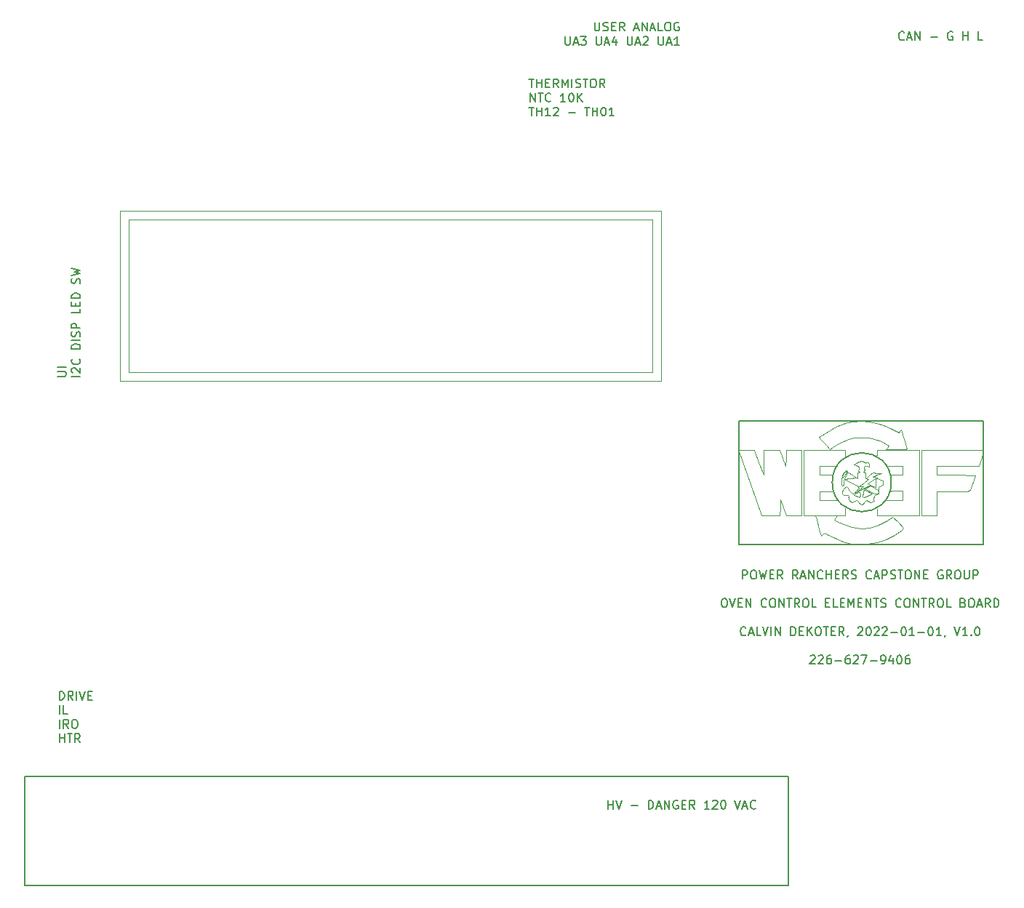
<source format=gbr>
%TF.GenerationSoftware,KiCad,Pcbnew,(5.1.8)-1*%
%TF.CreationDate,2022-01-01T15:04:39-05:00*%
%TF.ProjectId,OCE_L,4f43455f-4c2e-46b6-9963-61645f706362,rev?*%
%TF.SameCoordinates,Original*%
%TF.FileFunction,OtherDrawing,Comment*%
%FSLAX46Y46*%
G04 Gerber Fmt 4.6, Leading zero omitted, Abs format (unit mm)*
G04 Created by KiCad (PCBNEW (5.1.8)-1) date 2022-01-01 15:04:39*
%MOMM*%
%LPD*%
G01*
G04 APERTURE LIST*
%ADD10C,0.150000*%
%ADD11C,0.110000*%
%ADD12C,0.120000*%
%ADD13C,0.097999*%
%ADD14C,0.100000*%
G04 APERTURE END LIST*
D10*
X42118595Y-118055880D02*
X42118595Y-117055880D01*
X42356690Y-117055880D01*
X42499547Y-117103500D01*
X42594785Y-117198738D01*
X42642404Y-117293976D01*
X42690023Y-117484452D01*
X42690023Y-117627309D01*
X42642404Y-117817785D01*
X42594785Y-117913023D01*
X42499547Y-118008261D01*
X42356690Y-118055880D01*
X42118595Y-118055880D01*
X43690023Y-118055880D02*
X43356690Y-117579690D01*
X43118595Y-118055880D02*
X43118595Y-117055880D01*
X43499547Y-117055880D01*
X43594785Y-117103500D01*
X43642404Y-117151119D01*
X43690023Y-117246357D01*
X43690023Y-117389214D01*
X43642404Y-117484452D01*
X43594785Y-117532071D01*
X43499547Y-117579690D01*
X43118595Y-117579690D01*
X44118595Y-118055880D02*
X44118595Y-117055880D01*
X44451928Y-117055880D02*
X44785261Y-118055880D01*
X45118595Y-117055880D01*
X45451928Y-117532071D02*
X45785261Y-117532071D01*
X45928119Y-118055880D02*
X45451928Y-118055880D01*
X45451928Y-117055880D01*
X45928119Y-117055880D01*
X42118595Y-119705880D02*
X42118595Y-118705880D01*
X43070976Y-119705880D02*
X42594785Y-119705880D01*
X42594785Y-118705880D01*
X42118595Y-121355880D02*
X42118595Y-120355880D01*
X43166214Y-121355880D02*
X42832880Y-120879690D01*
X42594785Y-121355880D02*
X42594785Y-120355880D01*
X42975738Y-120355880D01*
X43070976Y-120403500D01*
X43118595Y-120451119D01*
X43166214Y-120546357D01*
X43166214Y-120689214D01*
X43118595Y-120784452D01*
X43070976Y-120832071D01*
X42975738Y-120879690D01*
X42594785Y-120879690D01*
X43785261Y-120355880D02*
X43975738Y-120355880D01*
X44070976Y-120403500D01*
X44166214Y-120498738D01*
X44213833Y-120689214D01*
X44213833Y-121022547D01*
X44166214Y-121213023D01*
X44070976Y-121308261D01*
X43975738Y-121355880D01*
X43785261Y-121355880D01*
X43690023Y-121308261D01*
X43594785Y-121213023D01*
X43547166Y-121022547D01*
X43547166Y-120689214D01*
X43594785Y-120498738D01*
X43690023Y-120403500D01*
X43785261Y-120355880D01*
X42118595Y-123005880D02*
X42118595Y-122005880D01*
X42118595Y-122482071D02*
X42690023Y-122482071D01*
X42690023Y-123005880D02*
X42690023Y-122005880D01*
X43023357Y-122005880D02*
X43594785Y-122005880D01*
X43309071Y-123005880D02*
X43309071Y-122005880D01*
X44499547Y-123005880D02*
X44166214Y-122529690D01*
X43928119Y-123005880D02*
X43928119Y-122005880D01*
X44309071Y-122005880D01*
X44404309Y-122053500D01*
X44451928Y-122101119D01*
X44499547Y-122196357D01*
X44499547Y-122339214D01*
X44451928Y-122434452D01*
X44404309Y-122482071D01*
X44309071Y-122529690D01*
X43928119Y-122529690D01*
X41870880Y-80372904D02*
X42680404Y-80372904D01*
X42775642Y-80325285D01*
X42823261Y-80277666D01*
X42870880Y-80182428D01*
X42870880Y-79991952D01*
X42823261Y-79896714D01*
X42775642Y-79849095D01*
X42680404Y-79801476D01*
X41870880Y-79801476D01*
X42870880Y-79325285D02*
X41870880Y-79325285D01*
X44520880Y-80372904D02*
X43520880Y-80372904D01*
X43616119Y-79944333D02*
X43568500Y-79896714D01*
X43520880Y-79801476D01*
X43520880Y-79563380D01*
X43568500Y-79468142D01*
X43616119Y-79420523D01*
X43711357Y-79372904D01*
X43806595Y-79372904D01*
X43949452Y-79420523D01*
X44520880Y-79991952D01*
X44520880Y-79372904D01*
X44425642Y-78372904D02*
X44473261Y-78420523D01*
X44520880Y-78563380D01*
X44520880Y-78658619D01*
X44473261Y-78801476D01*
X44378023Y-78896714D01*
X44282785Y-78944333D01*
X44092309Y-78991952D01*
X43949452Y-78991952D01*
X43758976Y-78944333D01*
X43663738Y-78896714D01*
X43568500Y-78801476D01*
X43520880Y-78658619D01*
X43520880Y-78563380D01*
X43568500Y-78420523D01*
X43616119Y-78372904D01*
X44520880Y-77182428D02*
X43520880Y-77182428D01*
X43520880Y-76944333D01*
X43568500Y-76801476D01*
X43663738Y-76706238D01*
X43758976Y-76658619D01*
X43949452Y-76611000D01*
X44092309Y-76611000D01*
X44282785Y-76658619D01*
X44378023Y-76706238D01*
X44473261Y-76801476D01*
X44520880Y-76944333D01*
X44520880Y-77182428D01*
X44520880Y-76182428D02*
X43520880Y-76182428D01*
X44473261Y-75753857D02*
X44520880Y-75611000D01*
X44520880Y-75372904D01*
X44473261Y-75277666D01*
X44425642Y-75230047D01*
X44330404Y-75182428D01*
X44235166Y-75182428D01*
X44139928Y-75230047D01*
X44092309Y-75277666D01*
X44044690Y-75372904D01*
X43997071Y-75563380D01*
X43949452Y-75658619D01*
X43901833Y-75706238D01*
X43806595Y-75753857D01*
X43711357Y-75753857D01*
X43616119Y-75706238D01*
X43568500Y-75658619D01*
X43520880Y-75563380D01*
X43520880Y-75325285D01*
X43568500Y-75182428D01*
X44520880Y-74753857D02*
X43520880Y-74753857D01*
X43520880Y-74372904D01*
X43568500Y-74277666D01*
X43616119Y-74230047D01*
X43711357Y-74182428D01*
X43854214Y-74182428D01*
X43949452Y-74230047D01*
X43997071Y-74277666D01*
X44044690Y-74372904D01*
X44044690Y-74753857D01*
X44520880Y-72515761D02*
X44520880Y-72991952D01*
X43520880Y-72991952D01*
X43997071Y-72182428D02*
X43997071Y-71849095D01*
X44520880Y-71706238D02*
X44520880Y-72182428D01*
X43520880Y-72182428D01*
X43520880Y-71706238D01*
X44520880Y-71277666D02*
X43520880Y-71277666D01*
X43520880Y-71039571D01*
X43568500Y-70896714D01*
X43663738Y-70801476D01*
X43758976Y-70753857D01*
X43949452Y-70706238D01*
X44092309Y-70706238D01*
X44282785Y-70753857D01*
X44378023Y-70801476D01*
X44473261Y-70896714D01*
X44520880Y-71039571D01*
X44520880Y-71277666D01*
X44473261Y-69563380D02*
X44520880Y-69420523D01*
X44520880Y-69182428D01*
X44473261Y-69087190D01*
X44425642Y-69039571D01*
X44330404Y-68991952D01*
X44235166Y-68991952D01*
X44139928Y-69039571D01*
X44092309Y-69087190D01*
X44044690Y-69182428D01*
X43997071Y-69372904D01*
X43949452Y-69468142D01*
X43901833Y-69515761D01*
X43806595Y-69563380D01*
X43711357Y-69563380D01*
X43616119Y-69515761D01*
X43568500Y-69468142D01*
X43520880Y-69372904D01*
X43520880Y-69134809D01*
X43568500Y-68991952D01*
X43520880Y-68658619D02*
X44520880Y-68420523D01*
X43806595Y-68230047D01*
X44520880Y-68039571D01*
X43520880Y-67801476D01*
X96776238Y-45744880D02*
X97347666Y-45744880D01*
X97061952Y-46744880D02*
X97061952Y-45744880D01*
X97681000Y-46744880D02*
X97681000Y-45744880D01*
X97681000Y-46221071D02*
X98252428Y-46221071D01*
X98252428Y-46744880D02*
X98252428Y-45744880D01*
X98728619Y-46221071D02*
X99061952Y-46221071D01*
X99204809Y-46744880D02*
X98728619Y-46744880D01*
X98728619Y-45744880D01*
X99204809Y-45744880D01*
X100204809Y-46744880D02*
X99871476Y-46268690D01*
X99633380Y-46744880D02*
X99633380Y-45744880D01*
X100014333Y-45744880D01*
X100109571Y-45792500D01*
X100157190Y-45840119D01*
X100204809Y-45935357D01*
X100204809Y-46078214D01*
X100157190Y-46173452D01*
X100109571Y-46221071D01*
X100014333Y-46268690D01*
X99633380Y-46268690D01*
X100633380Y-46744880D02*
X100633380Y-45744880D01*
X100966714Y-46459166D01*
X101300047Y-45744880D01*
X101300047Y-46744880D01*
X101776238Y-46744880D02*
X101776238Y-45744880D01*
X102204809Y-46697261D02*
X102347666Y-46744880D01*
X102585761Y-46744880D01*
X102681000Y-46697261D01*
X102728619Y-46649642D01*
X102776238Y-46554404D01*
X102776238Y-46459166D01*
X102728619Y-46363928D01*
X102681000Y-46316309D01*
X102585761Y-46268690D01*
X102395285Y-46221071D01*
X102300047Y-46173452D01*
X102252428Y-46125833D01*
X102204809Y-46030595D01*
X102204809Y-45935357D01*
X102252428Y-45840119D01*
X102300047Y-45792500D01*
X102395285Y-45744880D01*
X102633380Y-45744880D01*
X102776238Y-45792500D01*
X103061952Y-45744880D02*
X103633380Y-45744880D01*
X103347666Y-46744880D02*
X103347666Y-45744880D01*
X104157190Y-45744880D02*
X104347666Y-45744880D01*
X104442904Y-45792500D01*
X104538142Y-45887738D01*
X104585761Y-46078214D01*
X104585761Y-46411547D01*
X104538142Y-46602023D01*
X104442904Y-46697261D01*
X104347666Y-46744880D01*
X104157190Y-46744880D01*
X104061952Y-46697261D01*
X103966714Y-46602023D01*
X103919095Y-46411547D01*
X103919095Y-46078214D01*
X103966714Y-45887738D01*
X104061952Y-45792500D01*
X104157190Y-45744880D01*
X105585761Y-46744880D02*
X105252428Y-46268690D01*
X105014333Y-46744880D02*
X105014333Y-45744880D01*
X105395285Y-45744880D01*
X105490523Y-45792500D01*
X105538142Y-45840119D01*
X105585761Y-45935357D01*
X105585761Y-46078214D01*
X105538142Y-46173452D01*
X105490523Y-46221071D01*
X105395285Y-46268690D01*
X105014333Y-46268690D01*
X96919095Y-48394880D02*
X96919095Y-47394880D01*
X97490523Y-48394880D01*
X97490523Y-47394880D01*
X97823857Y-47394880D02*
X98395285Y-47394880D01*
X98109571Y-48394880D02*
X98109571Y-47394880D01*
X99300047Y-48299642D02*
X99252428Y-48347261D01*
X99109571Y-48394880D01*
X99014333Y-48394880D01*
X98871476Y-48347261D01*
X98776238Y-48252023D01*
X98728619Y-48156785D01*
X98681000Y-47966309D01*
X98681000Y-47823452D01*
X98728619Y-47632976D01*
X98776238Y-47537738D01*
X98871476Y-47442500D01*
X99014333Y-47394880D01*
X99109571Y-47394880D01*
X99252428Y-47442500D01*
X99300047Y-47490119D01*
X101014333Y-48394880D02*
X100442904Y-48394880D01*
X100728619Y-48394880D02*
X100728619Y-47394880D01*
X100633380Y-47537738D01*
X100538142Y-47632976D01*
X100442904Y-47680595D01*
X101633380Y-47394880D02*
X101728619Y-47394880D01*
X101823857Y-47442500D01*
X101871476Y-47490119D01*
X101919095Y-47585357D01*
X101966714Y-47775833D01*
X101966714Y-48013928D01*
X101919095Y-48204404D01*
X101871476Y-48299642D01*
X101823857Y-48347261D01*
X101728619Y-48394880D01*
X101633380Y-48394880D01*
X101538142Y-48347261D01*
X101490523Y-48299642D01*
X101442904Y-48204404D01*
X101395285Y-48013928D01*
X101395285Y-47775833D01*
X101442904Y-47585357D01*
X101490523Y-47490119D01*
X101538142Y-47442500D01*
X101633380Y-47394880D01*
X102395285Y-48394880D02*
X102395285Y-47394880D01*
X102966714Y-48394880D02*
X102538142Y-47823452D01*
X102966714Y-47394880D02*
X102395285Y-47966309D01*
X96776238Y-49044880D02*
X97347666Y-49044880D01*
X97061952Y-50044880D02*
X97061952Y-49044880D01*
X97681000Y-50044880D02*
X97681000Y-49044880D01*
X97681000Y-49521071D02*
X98252428Y-49521071D01*
X98252428Y-50044880D02*
X98252428Y-49044880D01*
X99252428Y-50044880D02*
X98681000Y-50044880D01*
X98966714Y-50044880D02*
X98966714Y-49044880D01*
X98871476Y-49187738D01*
X98776238Y-49282976D01*
X98681000Y-49330595D01*
X99633380Y-49140119D02*
X99681000Y-49092500D01*
X99776238Y-49044880D01*
X100014333Y-49044880D01*
X100109571Y-49092500D01*
X100157190Y-49140119D01*
X100204809Y-49235357D01*
X100204809Y-49330595D01*
X100157190Y-49473452D01*
X99585761Y-50044880D01*
X100204809Y-50044880D01*
X101395285Y-49663928D02*
X102157190Y-49663928D01*
X103252428Y-49044880D02*
X103823857Y-49044880D01*
X103538142Y-50044880D02*
X103538142Y-49044880D01*
X104157190Y-50044880D02*
X104157190Y-49044880D01*
X104157190Y-49521071D02*
X104728619Y-49521071D01*
X104728619Y-50044880D02*
X104728619Y-49044880D01*
X105395285Y-49044880D02*
X105490523Y-49044880D01*
X105585761Y-49092500D01*
X105633380Y-49140119D01*
X105681000Y-49235357D01*
X105728619Y-49425833D01*
X105728619Y-49663928D01*
X105681000Y-49854404D01*
X105633380Y-49949642D01*
X105585761Y-49997261D01*
X105490523Y-50044880D01*
X105395285Y-50044880D01*
X105300047Y-49997261D01*
X105252428Y-49949642D01*
X105204809Y-49854404D01*
X105157190Y-49663928D01*
X105157190Y-49425833D01*
X105204809Y-49235357D01*
X105252428Y-49140119D01*
X105300047Y-49092500D01*
X105395285Y-49044880D01*
X106681000Y-50044880D02*
X106109571Y-50044880D01*
X106395285Y-50044880D02*
X106395285Y-49044880D01*
X106300047Y-49187738D01*
X106204809Y-49282976D01*
X106109571Y-49330595D01*
X104408880Y-39140380D02*
X104408880Y-39949904D01*
X104456500Y-40045142D01*
X104504119Y-40092761D01*
X104599357Y-40140380D01*
X104789833Y-40140380D01*
X104885071Y-40092761D01*
X104932690Y-40045142D01*
X104980309Y-39949904D01*
X104980309Y-39140380D01*
X105408880Y-40092761D02*
X105551738Y-40140380D01*
X105789833Y-40140380D01*
X105885071Y-40092761D01*
X105932690Y-40045142D01*
X105980309Y-39949904D01*
X105980309Y-39854666D01*
X105932690Y-39759428D01*
X105885071Y-39711809D01*
X105789833Y-39664190D01*
X105599357Y-39616571D01*
X105504119Y-39568952D01*
X105456500Y-39521333D01*
X105408880Y-39426095D01*
X105408880Y-39330857D01*
X105456500Y-39235619D01*
X105504119Y-39188000D01*
X105599357Y-39140380D01*
X105837452Y-39140380D01*
X105980309Y-39188000D01*
X106408880Y-39616571D02*
X106742214Y-39616571D01*
X106885071Y-40140380D02*
X106408880Y-40140380D01*
X106408880Y-39140380D01*
X106885071Y-39140380D01*
X107885071Y-40140380D02*
X107551738Y-39664190D01*
X107313642Y-40140380D02*
X107313642Y-39140380D01*
X107694595Y-39140380D01*
X107789833Y-39188000D01*
X107837452Y-39235619D01*
X107885071Y-39330857D01*
X107885071Y-39473714D01*
X107837452Y-39568952D01*
X107789833Y-39616571D01*
X107694595Y-39664190D01*
X107313642Y-39664190D01*
X109027928Y-39854666D02*
X109504119Y-39854666D01*
X108932690Y-40140380D02*
X109266023Y-39140380D01*
X109599357Y-40140380D01*
X109932690Y-40140380D02*
X109932690Y-39140380D01*
X110504119Y-40140380D01*
X110504119Y-39140380D01*
X110932690Y-39854666D02*
X111408880Y-39854666D01*
X110837452Y-40140380D02*
X111170785Y-39140380D01*
X111504119Y-40140380D01*
X112313642Y-40140380D02*
X111837452Y-40140380D01*
X111837452Y-39140380D01*
X112837452Y-39140380D02*
X113027928Y-39140380D01*
X113123166Y-39188000D01*
X113218404Y-39283238D01*
X113266023Y-39473714D01*
X113266023Y-39807047D01*
X113218404Y-39997523D01*
X113123166Y-40092761D01*
X113027928Y-40140380D01*
X112837452Y-40140380D01*
X112742214Y-40092761D01*
X112646976Y-39997523D01*
X112599357Y-39807047D01*
X112599357Y-39473714D01*
X112646976Y-39283238D01*
X112742214Y-39188000D01*
X112837452Y-39140380D01*
X114218404Y-39188000D02*
X114123166Y-39140380D01*
X113980309Y-39140380D01*
X113837452Y-39188000D01*
X113742214Y-39283238D01*
X113694595Y-39378476D01*
X113646976Y-39568952D01*
X113646976Y-39711809D01*
X113694595Y-39902285D01*
X113742214Y-39997523D01*
X113837452Y-40092761D01*
X113980309Y-40140380D01*
X114075547Y-40140380D01*
X114218404Y-40092761D01*
X114266023Y-40045142D01*
X114266023Y-39711809D01*
X114075547Y-39711809D01*
X100980309Y-40790380D02*
X100980309Y-41599904D01*
X101027928Y-41695142D01*
X101075547Y-41742761D01*
X101170785Y-41790380D01*
X101361261Y-41790380D01*
X101456500Y-41742761D01*
X101504119Y-41695142D01*
X101551738Y-41599904D01*
X101551738Y-40790380D01*
X101980309Y-41504666D02*
X102456500Y-41504666D01*
X101885071Y-41790380D02*
X102218404Y-40790380D01*
X102551738Y-41790380D01*
X102789833Y-40790380D02*
X103408880Y-40790380D01*
X103075547Y-41171333D01*
X103218404Y-41171333D01*
X103313642Y-41218952D01*
X103361261Y-41266571D01*
X103408880Y-41361809D01*
X103408880Y-41599904D01*
X103361261Y-41695142D01*
X103313642Y-41742761D01*
X103218404Y-41790380D01*
X102932690Y-41790380D01*
X102837452Y-41742761D01*
X102789833Y-41695142D01*
X104599357Y-40790380D02*
X104599357Y-41599904D01*
X104646976Y-41695142D01*
X104694595Y-41742761D01*
X104789833Y-41790380D01*
X104980309Y-41790380D01*
X105075547Y-41742761D01*
X105123166Y-41695142D01*
X105170785Y-41599904D01*
X105170785Y-40790380D01*
X105599357Y-41504666D02*
X106075547Y-41504666D01*
X105504119Y-41790380D02*
X105837452Y-40790380D01*
X106170785Y-41790380D01*
X106932690Y-41123714D02*
X106932690Y-41790380D01*
X106694595Y-40742761D02*
X106456500Y-41457047D01*
X107075547Y-41457047D01*
X108218404Y-40790380D02*
X108218404Y-41599904D01*
X108266023Y-41695142D01*
X108313642Y-41742761D01*
X108408880Y-41790380D01*
X108599357Y-41790380D01*
X108694595Y-41742761D01*
X108742214Y-41695142D01*
X108789833Y-41599904D01*
X108789833Y-40790380D01*
X109218404Y-41504666D02*
X109694595Y-41504666D01*
X109123166Y-41790380D02*
X109456500Y-40790380D01*
X109789833Y-41790380D01*
X110075547Y-40885619D02*
X110123166Y-40838000D01*
X110218404Y-40790380D01*
X110456500Y-40790380D01*
X110551738Y-40838000D01*
X110599357Y-40885619D01*
X110646976Y-40980857D01*
X110646976Y-41076095D01*
X110599357Y-41218952D01*
X110027928Y-41790380D01*
X110646976Y-41790380D01*
X111837452Y-40790380D02*
X111837452Y-41599904D01*
X111885071Y-41695142D01*
X111932690Y-41742761D01*
X112027928Y-41790380D01*
X112218404Y-41790380D01*
X112313642Y-41742761D01*
X112361261Y-41695142D01*
X112408880Y-41599904D01*
X112408880Y-40790380D01*
X112837452Y-41504666D02*
X113313642Y-41504666D01*
X112742214Y-41790380D02*
X113075547Y-40790380D01*
X113408880Y-41790380D01*
X114266023Y-41790380D02*
X113694595Y-41790380D01*
X113980309Y-41790380D02*
X113980309Y-40790380D01*
X113885071Y-40933238D01*
X113789833Y-41028476D01*
X113694595Y-41076095D01*
X140438714Y-41124142D02*
X140391095Y-41171761D01*
X140248238Y-41219380D01*
X140153000Y-41219380D01*
X140010142Y-41171761D01*
X139914904Y-41076523D01*
X139867285Y-40981285D01*
X139819666Y-40790809D01*
X139819666Y-40647952D01*
X139867285Y-40457476D01*
X139914904Y-40362238D01*
X140010142Y-40267000D01*
X140153000Y-40219380D01*
X140248238Y-40219380D01*
X140391095Y-40267000D01*
X140438714Y-40314619D01*
X140819666Y-40933666D02*
X141295857Y-40933666D01*
X140724428Y-41219380D02*
X141057761Y-40219380D01*
X141391095Y-41219380D01*
X141724428Y-41219380D02*
X141724428Y-40219380D01*
X142295857Y-41219380D01*
X142295857Y-40219380D01*
X143533952Y-40838428D02*
X144295857Y-40838428D01*
X146057761Y-40267000D02*
X145962523Y-40219380D01*
X145819666Y-40219380D01*
X145676809Y-40267000D01*
X145581571Y-40362238D01*
X145533952Y-40457476D01*
X145486333Y-40647952D01*
X145486333Y-40790809D01*
X145533952Y-40981285D01*
X145581571Y-41076523D01*
X145676809Y-41171761D01*
X145819666Y-41219380D01*
X145914904Y-41219380D01*
X146057761Y-41171761D01*
X146105380Y-41124142D01*
X146105380Y-40790809D01*
X145914904Y-40790809D01*
X147295857Y-41219380D02*
X147295857Y-40219380D01*
X147295857Y-40695571D02*
X147867285Y-40695571D01*
X147867285Y-41219380D02*
X147867285Y-40219380D01*
X149581571Y-41219380D02*
X149105380Y-41219380D01*
X149105380Y-40219380D01*
X121628023Y-103960380D02*
X121628023Y-102960380D01*
X122008976Y-102960380D01*
X122104214Y-103008000D01*
X122151833Y-103055619D01*
X122199452Y-103150857D01*
X122199452Y-103293714D01*
X122151833Y-103388952D01*
X122104214Y-103436571D01*
X122008976Y-103484190D01*
X121628023Y-103484190D01*
X122818500Y-102960380D02*
X123008976Y-102960380D01*
X123104214Y-103008000D01*
X123199452Y-103103238D01*
X123247071Y-103293714D01*
X123247071Y-103627047D01*
X123199452Y-103817523D01*
X123104214Y-103912761D01*
X123008976Y-103960380D01*
X122818500Y-103960380D01*
X122723261Y-103912761D01*
X122628023Y-103817523D01*
X122580404Y-103627047D01*
X122580404Y-103293714D01*
X122628023Y-103103238D01*
X122723261Y-103008000D01*
X122818500Y-102960380D01*
X123580404Y-102960380D02*
X123818500Y-103960380D01*
X124008976Y-103246095D01*
X124199452Y-103960380D01*
X124437547Y-102960380D01*
X124818500Y-103436571D02*
X125151833Y-103436571D01*
X125294690Y-103960380D02*
X124818500Y-103960380D01*
X124818500Y-102960380D01*
X125294690Y-102960380D01*
X126294690Y-103960380D02*
X125961357Y-103484190D01*
X125723261Y-103960380D02*
X125723261Y-102960380D01*
X126104214Y-102960380D01*
X126199452Y-103008000D01*
X126247071Y-103055619D01*
X126294690Y-103150857D01*
X126294690Y-103293714D01*
X126247071Y-103388952D01*
X126199452Y-103436571D01*
X126104214Y-103484190D01*
X125723261Y-103484190D01*
X128056595Y-103960380D02*
X127723261Y-103484190D01*
X127485166Y-103960380D02*
X127485166Y-102960380D01*
X127866119Y-102960380D01*
X127961357Y-103008000D01*
X128008976Y-103055619D01*
X128056595Y-103150857D01*
X128056595Y-103293714D01*
X128008976Y-103388952D01*
X127961357Y-103436571D01*
X127866119Y-103484190D01*
X127485166Y-103484190D01*
X128437547Y-103674666D02*
X128913738Y-103674666D01*
X128342309Y-103960380D02*
X128675642Y-102960380D01*
X129008976Y-103960380D01*
X129342309Y-103960380D02*
X129342309Y-102960380D01*
X129913738Y-103960380D01*
X129913738Y-102960380D01*
X130961357Y-103865142D02*
X130913738Y-103912761D01*
X130770880Y-103960380D01*
X130675642Y-103960380D01*
X130532785Y-103912761D01*
X130437547Y-103817523D01*
X130389928Y-103722285D01*
X130342309Y-103531809D01*
X130342309Y-103388952D01*
X130389928Y-103198476D01*
X130437547Y-103103238D01*
X130532785Y-103008000D01*
X130675642Y-102960380D01*
X130770880Y-102960380D01*
X130913738Y-103008000D01*
X130961357Y-103055619D01*
X131389928Y-103960380D02*
X131389928Y-102960380D01*
X131389928Y-103436571D02*
X131961357Y-103436571D01*
X131961357Y-103960380D02*
X131961357Y-102960380D01*
X132437547Y-103436571D02*
X132770880Y-103436571D01*
X132913738Y-103960380D02*
X132437547Y-103960380D01*
X132437547Y-102960380D01*
X132913738Y-102960380D01*
X133913738Y-103960380D02*
X133580404Y-103484190D01*
X133342309Y-103960380D02*
X133342309Y-102960380D01*
X133723261Y-102960380D01*
X133818500Y-103008000D01*
X133866119Y-103055619D01*
X133913738Y-103150857D01*
X133913738Y-103293714D01*
X133866119Y-103388952D01*
X133818500Y-103436571D01*
X133723261Y-103484190D01*
X133342309Y-103484190D01*
X134294690Y-103912761D02*
X134437547Y-103960380D01*
X134675642Y-103960380D01*
X134770880Y-103912761D01*
X134818500Y-103865142D01*
X134866119Y-103769904D01*
X134866119Y-103674666D01*
X134818500Y-103579428D01*
X134770880Y-103531809D01*
X134675642Y-103484190D01*
X134485166Y-103436571D01*
X134389928Y-103388952D01*
X134342309Y-103341333D01*
X134294690Y-103246095D01*
X134294690Y-103150857D01*
X134342309Y-103055619D01*
X134389928Y-103008000D01*
X134485166Y-102960380D01*
X134723261Y-102960380D01*
X134866119Y-103008000D01*
X136628023Y-103865142D02*
X136580404Y-103912761D01*
X136437547Y-103960380D01*
X136342309Y-103960380D01*
X136199452Y-103912761D01*
X136104214Y-103817523D01*
X136056595Y-103722285D01*
X136008976Y-103531809D01*
X136008976Y-103388952D01*
X136056595Y-103198476D01*
X136104214Y-103103238D01*
X136199452Y-103008000D01*
X136342309Y-102960380D01*
X136437547Y-102960380D01*
X136580404Y-103008000D01*
X136628023Y-103055619D01*
X137008976Y-103674666D02*
X137485166Y-103674666D01*
X136913738Y-103960380D02*
X137247071Y-102960380D01*
X137580404Y-103960380D01*
X137913738Y-103960380D02*
X137913738Y-102960380D01*
X138294690Y-102960380D01*
X138389928Y-103008000D01*
X138437547Y-103055619D01*
X138485166Y-103150857D01*
X138485166Y-103293714D01*
X138437547Y-103388952D01*
X138389928Y-103436571D01*
X138294690Y-103484190D01*
X137913738Y-103484190D01*
X138866119Y-103912761D02*
X139008976Y-103960380D01*
X139247071Y-103960380D01*
X139342309Y-103912761D01*
X139389928Y-103865142D01*
X139437547Y-103769904D01*
X139437547Y-103674666D01*
X139389928Y-103579428D01*
X139342309Y-103531809D01*
X139247071Y-103484190D01*
X139056595Y-103436571D01*
X138961357Y-103388952D01*
X138913738Y-103341333D01*
X138866119Y-103246095D01*
X138866119Y-103150857D01*
X138913738Y-103055619D01*
X138961357Y-103008000D01*
X139056595Y-102960380D01*
X139294690Y-102960380D01*
X139437547Y-103008000D01*
X139723261Y-102960380D02*
X140294690Y-102960380D01*
X140008976Y-103960380D02*
X140008976Y-102960380D01*
X140818500Y-102960380D02*
X141008976Y-102960380D01*
X141104214Y-103008000D01*
X141199452Y-103103238D01*
X141247071Y-103293714D01*
X141247071Y-103627047D01*
X141199452Y-103817523D01*
X141104214Y-103912761D01*
X141008976Y-103960380D01*
X140818500Y-103960380D01*
X140723261Y-103912761D01*
X140628023Y-103817523D01*
X140580404Y-103627047D01*
X140580404Y-103293714D01*
X140628023Y-103103238D01*
X140723261Y-103008000D01*
X140818500Y-102960380D01*
X141675642Y-103960380D02*
X141675642Y-102960380D01*
X142247071Y-103960380D01*
X142247071Y-102960380D01*
X142723261Y-103436571D02*
X143056595Y-103436571D01*
X143199452Y-103960380D02*
X142723261Y-103960380D01*
X142723261Y-102960380D01*
X143199452Y-102960380D01*
X144913738Y-103008000D02*
X144818500Y-102960380D01*
X144675642Y-102960380D01*
X144532785Y-103008000D01*
X144437547Y-103103238D01*
X144389928Y-103198476D01*
X144342309Y-103388952D01*
X144342309Y-103531809D01*
X144389928Y-103722285D01*
X144437547Y-103817523D01*
X144532785Y-103912761D01*
X144675642Y-103960380D01*
X144770880Y-103960380D01*
X144913738Y-103912761D01*
X144961357Y-103865142D01*
X144961357Y-103531809D01*
X144770880Y-103531809D01*
X145961357Y-103960380D02*
X145628023Y-103484190D01*
X145389928Y-103960380D02*
X145389928Y-102960380D01*
X145770880Y-102960380D01*
X145866119Y-103008000D01*
X145913738Y-103055619D01*
X145961357Y-103150857D01*
X145961357Y-103293714D01*
X145913738Y-103388952D01*
X145866119Y-103436571D01*
X145770880Y-103484190D01*
X145389928Y-103484190D01*
X146580404Y-102960380D02*
X146770880Y-102960380D01*
X146866119Y-103008000D01*
X146961357Y-103103238D01*
X147008976Y-103293714D01*
X147008976Y-103627047D01*
X146961357Y-103817523D01*
X146866119Y-103912761D01*
X146770880Y-103960380D01*
X146580404Y-103960380D01*
X146485166Y-103912761D01*
X146389928Y-103817523D01*
X146342309Y-103627047D01*
X146342309Y-103293714D01*
X146389928Y-103103238D01*
X146485166Y-103008000D01*
X146580404Y-102960380D01*
X147437547Y-102960380D02*
X147437547Y-103769904D01*
X147485166Y-103865142D01*
X147532785Y-103912761D01*
X147628023Y-103960380D01*
X147818500Y-103960380D01*
X147913738Y-103912761D01*
X147961357Y-103865142D01*
X148008976Y-103769904D01*
X148008976Y-102960380D01*
X148485166Y-103960380D02*
X148485166Y-102960380D01*
X148866119Y-102960380D01*
X148961357Y-103008000D01*
X149008976Y-103055619D01*
X149056595Y-103150857D01*
X149056595Y-103293714D01*
X149008976Y-103388952D01*
X148961357Y-103436571D01*
X148866119Y-103484190D01*
X148485166Y-103484190D01*
X119413738Y-106260380D02*
X119604214Y-106260380D01*
X119699452Y-106308000D01*
X119794690Y-106403238D01*
X119842309Y-106593714D01*
X119842309Y-106927047D01*
X119794690Y-107117523D01*
X119699452Y-107212761D01*
X119604214Y-107260380D01*
X119413738Y-107260380D01*
X119318499Y-107212761D01*
X119223261Y-107117523D01*
X119175642Y-106927047D01*
X119175642Y-106593714D01*
X119223261Y-106403238D01*
X119318499Y-106308000D01*
X119413738Y-106260380D01*
X120128023Y-106260380D02*
X120461357Y-107260380D01*
X120794690Y-106260380D01*
X121128023Y-106736571D02*
X121461357Y-106736571D01*
X121604214Y-107260380D02*
X121128023Y-107260380D01*
X121128023Y-106260380D01*
X121604214Y-106260380D01*
X122032785Y-107260380D02*
X122032785Y-106260380D01*
X122604214Y-107260380D01*
X122604214Y-106260380D01*
X124413738Y-107165142D02*
X124366119Y-107212761D01*
X124223261Y-107260380D01*
X124128023Y-107260380D01*
X123985166Y-107212761D01*
X123889928Y-107117523D01*
X123842309Y-107022285D01*
X123794690Y-106831809D01*
X123794690Y-106688952D01*
X123842309Y-106498476D01*
X123889928Y-106403238D01*
X123985166Y-106308000D01*
X124128023Y-106260380D01*
X124223261Y-106260380D01*
X124366119Y-106308000D01*
X124413738Y-106355619D01*
X125032785Y-106260380D02*
X125223261Y-106260380D01*
X125318499Y-106308000D01*
X125413738Y-106403238D01*
X125461357Y-106593714D01*
X125461357Y-106927047D01*
X125413738Y-107117523D01*
X125318499Y-107212761D01*
X125223261Y-107260380D01*
X125032785Y-107260380D01*
X124937547Y-107212761D01*
X124842309Y-107117523D01*
X124794690Y-106927047D01*
X124794690Y-106593714D01*
X124842309Y-106403238D01*
X124937547Y-106308000D01*
X125032785Y-106260380D01*
X125889928Y-107260380D02*
X125889928Y-106260380D01*
X126461357Y-107260380D01*
X126461357Y-106260380D01*
X126794690Y-106260380D02*
X127366119Y-106260380D01*
X127080404Y-107260380D02*
X127080404Y-106260380D01*
X128270880Y-107260380D02*
X127937547Y-106784190D01*
X127699452Y-107260380D02*
X127699452Y-106260380D01*
X128080404Y-106260380D01*
X128175642Y-106308000D01*
X128223261Y-106355619D01*
X128270880Y-106450857D01*
X128270880Y-106593714D01*
X128223261Y-106688952D01*
X128175642Y-106736571D01*
X128080404Y-106784190D01*
X127699452Y-106784190D01*
X128889928Y-106260380D02*
X129080404Y-106260380D01*
X129175642Y-106308000D01*
X129270880Y-106403238D01*
X129318499Y-106593714D01*
X129318499Y-106927047D01*
X129270880Y-107117523D01*
X129175642Y-107212761D01*
X129080404Y-107260380D01*
X128889928Y-107260380D01*
X128794690Y-107212761D01*
X128699452Y-107117523D01*
X128651833Y-106927047D01*
X128651833Y-106593714D01*
X128699452Y-106403238D01*
X128794690Y-106308000D01*
X128889928Y-106260380D01*
X130223261Y-107260380D02*
X129747071Y-107260380D01*
X129747071Y-106260380D01*
X131318499Y-106736571D02*
X131651833Y-106736571D01*
X131794690Y-107260380D02*
X131318499Y-107260380D01*
X131318499Y-106260380D01*
X131794690Y-106260380D01*
X132699452Y-107260380D02*
X132223261Y-107260380D01*
X132223261Y-106260380D01*
X133032785Y-106736571D02*
X133366119Y-106736571D01*
X133508976Y-107260380D02*
X133032785Y-107260380D01*
X133032785Y-106260380D01*
X133508976Y-106260380D01*
X133937547Y-107260380D02*
X133937547Y-106260380D01*
X134270880Y-106974666D01*
X134604214Y-106260380D01*
X134604214Y-107260380D01*
X135080404Y-106736571D02*
X135413738Y-106736571D01*
X135556595Y-107260380D02*
X135080404Y-107260380D01*
X135080404Y-106260380D01*
X135556595Y-106260380D01*
X135985166Y-107260380D02*
X135985166Y-106260380D01*
X136556595Y-107260380D01*
X136556595Y-106260380D01*
X136889928Y-106260380D02*
X137461357Y-106260380D01*
X137175642Y-107260380D02*
X137175642Y-106260380D01*
X137747071Y-107212761D02*
X137889928Y-107260380D01*
X138128023Y-107260380D01*
X138223261Y-107212761D01*
X138270880Y-107165142D01*
X138318500Y-107069904D01*
X138318500Y-106974666D01*
X138270880Y-106879428D01*
X138223261Y-106831809D01*
X138128023Y-106784190D01*
X137937547Y-106736571D01*
X137842309Y-106688952D01*
X137794690Y-106641333D01*
X137747071Y-106546095D01*
X137747071Y-106450857D01*
X137794690Y-106355619D01*
X137842309Y-106308000D01*
X137937547Y-106260380D01*
X138175642Y-106260380D01*
X138318500Y-106308000D01*
X140080404Y-107165142D02*
X140032785Y-107212761D01*
X139889928Y-107260380D01*
X139794690Y-107260380D01*
X139651833Y-107212761D01*
X139556595Y-107117523D01*
X139508976Y-107022285D01*
X139461357Y-106831809D01*
X139461357Y-106688952D01*
X139508976Y-106498476D01*
X139556595Y-106403238D01*
X139651833Y-106308000D01*
X139794690Y-106260380D01*
X139889928Y-106260380D01*
X140032785Y-106308000D01*
X140080404Y-106355619D01*
X140699452Y-106260380D02*
X140889928Y-106260380D01*
X140985166Y-106308000D01*
X141080404Y-106403238D01*
X141128023Y-106593714D01*
X141128023Y-106927047D01*
X141080404Y-107117523D01*
X140985166Y-107212761D01*
X140889928Y-107260380D01*
X140699452Y-107260380D01*
X140604214Y-107212761D01*
X140508976Y-107117523D01*
X140461357Y-106927047D01*
X140461357Y-106593714D01*
X140508976Y-106403238D01*
X140604214Y-106308000D01*
X140699452Y-106260380D01*
X141556595Y-107260380D02*
X141556595Y-106260380D01*
X142128023Y-107260380D01*
X142128023Y-106260380D01*
X142461357Y-106260380D02*
X143032785Y-106260380D01*
X142747071Y-107260380D02*
X142747071Y-106260380D01*
X143937547Y-107260380D02*
X143604214Y-106784190D01*
X143366119Y-107260380D02*
X143366119Y-106260380D01*
X143747071Y-106260380D01*
X143842309Y-106308000D01*
X143889928Y-106355619D01*
X143937547Y-106450857D01*
X143937547Y-106593714D01*
X143889928Y-106688952D01*
X143842309Y-106736571D01*
X143747071Y-106784190D01*
X143366119Y-106784190D01*
X144556595Y-106260380D02*
X144747071Y-106260380D01*
X144842309Y-106308000D01*
X144937547Y-106403238D01*
X144985166Y-106593714D01*
X144985166Y-106927047D01*
X144937547Y-107117523D01*
X144842309Y-107212761D01*
X144747071Y-107260380D01*
X144556595Y-107260380D01*
X144461357Y-107212761D01*
X144366119Y-107117523D01*
X144318500Y-106927047D01*
X144318500Y-106593714D01*
X144366119Y-106403238D01*
X144461357Y-106308000D01*
X144556595Y-106260380D01*
X145889928Y-107260380D02*
X145413738Y-107260380D01*
X145413738Y-106260380D01*
X147318500Y-106736571D02*
X147461357Y-106784190D01*
X147508976Y-106831809D01*
X147556595Y-106927047D01*
X147556595Y-107069904D01*
X147508976Y-107165142D01*
X147461357Y-107212761D01*
X147366119Y-107260380D01*
X146985166Y-107260380D01*
X146985166Y-106260380D01*
X147318500Y-106260380D01*
X147413738Y-106308000D01*
X147461357Y-106355619D01*
X147508976Y-106450857D01*
X147508976Y-106546095D01*
X147461357Y-106641333D01*
X147413738Y-106688952D01*
X147318500Y-106736571D01*
X146985166Y-106736571D01*
X148175642Y-106260380D02*
X148366119Y-106260380D01*
X148461357Y-106308000D01*
X148556595Y-106403238D01*
X148604214Y-106593714D01*
X148604214Y-106927047D01*
X148556595Y-107117523D01*
X148461357Y-107212761D01*
X148366119Y-107260380D01*
X148175642Y-107260380D01*
X148080404Y-107212761D01*
X147985166Y-107117523D01*
X147937547Y-106927047D01*
X147937547Y-106593714D01*
X147985166Y-106403238D01*
X148080404Y-106308000D01*
X148175642Y-106260380D01*
X148985166Y-106974666D02*
X149461357Y-106974666D01*
X148889928Y-107260380D02*
X149223261Y-106260380D01*
X149556595Y-107260380D01*
X150461357Y-107260380D02*
X150128023Y-106784190D01*
X149889928Y-107260380D02*
X149889928Y-106260380D01*
X150270880Y-106260380D01*
X150366119Y-106308000D01*
X150413738Y-106355619D01*
X150461357Y-106450857D01*
X150461357Y-106593714D01*
X150413738Y-106688952D01*
X150366119Y-106736571D01*
X150270880Y-106784190D01*
X149889928Y-106784190D01*
X150889928Y-107260380D02*
X150889928Y-106260380D01*
X151128023Y-106260380D01*
X151270880Y-106308000D01*
X151366119Y-106403238D01*
X151413738Y-106498476D01*
X151461357Y-106688952D01*
X151461357Y-106831809D01*
X151413738Y-107022285D01*
X151366119Y-107117523D01*
X151270880Y-107212761D01*
X151128023Y-107260380D01*
X150889928Y-107260380D01*
X122008976Y-110465142D02*
X121961357Y-110512761D01*
X121818500Y-110560380D01*
X121723261Y-110560380D01*
X121580404Y-110512761D01*
X121485166Y-110417523D01*
X121437547Y-110322285D01*
X121389928Y-110131809D01*
X121389928Y-109988952D01*
X121437547Y-109798476D01*
X121485166Y-109703238D01*
X121580404Y-109608000D01*
X121723261Y-109560380D01*
X121818500Y-109560380D01*
X121961357Y-109608000D01*
X122008976Y-109655619D01*
X122389928Y-110274666D02*
X122866119Y-110274666D01*
X122294690Y-110560380D02*
X122628023Y-109560380D01*
X122961357Y-110560380D01*
X123770880Y-110560380D02*
X123294690Y-110560380D01*
X123294690Y-109560380D01*
X123961357Y-109560380D02*
X124294690Y-110560380D01*
X124628023Y-109560380D01*
X124961357Y-110560380D02*
X124961357Y-109560380D01*
X125437547Y-110560380D02*
X125437547Y-109560380D01*
X126008976Y-110560380D01*
X126008976Y-109560380D01*
X127247071Y-110560380D02*
X127247071Y-109560380D01*
X127485166Y-109560380D01*
X127628023Y-109608000D01*
X127723261Y-109703238D01*
X127770880Y-109798476D01*
X127818500Y-109988952D01*
X127818500Y-110131809D01*
X127770880Y-110322285D01*
X127723261Y-110417523D01*
X127628023Y-110512761D01*
X127485166Y-110560380D01*
X127247071Y-110560380D01*
X128247071Y-110036571D02*
X128580404Y-110036571D01*
X128723261Y-110560380D02*
X128247071Y-110560380D01*
X128247071Y-109560380D01*
X128723261Y-109560380D01*
X129151833Y-110560380D02*
X129151833Y-109560380D01*
X129723261Y-110560380D02*
X129294690Y-109988952D01*
X129723261Y-109560380D02*
X129151833Y-110131809D01*
X130342309Y-109560380D02*
X130532785Y-109560380D01*
X130628023Y-109608000D01*
X130723261Y-109703238D01*
X130770880Y-109893714D01*
X130770880Y-110227047D01*
X130723261Y-110417523D01*
X130628023Y-110512761D01*
X130532785Y-110560380D01*
X130342309Y-110560380D01*
X130247071Y-110512761D01*
X130151833Y-110417523D01*
X130104214Y-110227047D01*
X130104214Y-109893714D01*
X130151833Y-109703238D01*
X130247071Y-109608000D01*
X130342309Y-109560380D01*
X131056595Y-109560380D02*
X131628023Y-109560380D01*
X131342309Y-110560380D02*
X131342309Y-109560380D01*
X131961357Y-110036571D02*
X132294690Y-110036571D01*
X132437547Y-110560380D02*
X131961357Y-110560380D01*
X131961357Y-109560380D01*
X132437547Y-109560380D01*
X133437547Y-110560380D02*
X133104214Y-110084190D01*
X132866119Y-110560380D02*
X132866119Y-109560380D01*
X133247071Y-109560380D01*
X133342309Y-109608000D01*
X133389928Y-109655619D01*
X133437547Y-109750857D01*
X133437547Y-109893714D01*
X133389928Y-109988952D01*
X133342309Y-110036571D01*
X133247071Y-110084190D01*
X132866119Y-110084190D01*
X133913738Y-110512761D02*
X133913738Y-110560380D01*
X133866119Y-110655619D01*
X133818500Y-110703238D01*
X135056595Y-109655619D02*
X135104214Y-109608000D01*
X135199452Y-109560380D01*
X135437547Y-109560380D01*
X135532785Y-109608000D01*
X135580404Y-109655619D01*
X135628023Y-109750857D01*
X135628023Y-109846095D01*
X135580404Y-109988952D01*
X135008976Y-110560380D01*
X135628023Y-110560380D01*
X136247071Y-109560380D02*
X136342309Y-109560380D01*
X136437547Y-109608000D01*
X136485166Y-109655619D01*
X136532785Y-109750857D01*
X136580404Y-109941333D01*
X136580404Y-110179428D01*
X136532785Y-110369904D01*
X136485166Y-110465142D01*
X136437547Y-110512761D01*
X136342309Y-110560380D01*
X136247071Y-110560380D01*
X136151833Y-110512761D01*
X136104214Y-110465142D01*
X136056595Y-110369904D01*
X136008976Y-110179428D01*
X136008976Y-109941333D01*
X136056595Y-109750857D01*
X136104214Y-109655619D01*
X136151833Y-109608000D01*
X136247071Y-109560380D01*
X136961357Y-109655619D02*
X137008976Y-109608000D01*
X137104214Y-109560380D01*
X137342309Y-109560380D01*
X137437547Y-109608000D01*
X137485166Y-109655619D01*
X137532785Y-109750857D01*
X137532785Y-109846095D01*
X137485166Y-109988952D01*
X136913738Y-110560380D01*
X137532785Y-110560380D01*
X137913738Y-109655619D02*
X137961357Y-109608000D01*
X138056595Y-109560380D01*
X138294690Y-109560380D01*
X138389928Y-109608000D01*
X138437547Y-109655619D01*
X138485166Y-109750857D01*
X138485166Y-109846095D01*
X138437547Y-109988952D01*
X137866119Y-110560380D01*
X138485166Y-110560380D01*
X138913738Y-110179428D02*
X139675642Y-110179428D01*
X140342309Y-109560380D02*
X140437547Y-109560380D01*
X140532785Y-109608000D01*
X140580404Y-109655619D01*
X140628023Y-109750857D01*
X140675642Y-109941333D01*
X140675642Y-110179428D01*
X140628023Y-110369904D01*
X140580404Y-110465142D01*
X140532785Y-110512761D01*
X140437547Y-110560380D01*
X140342309Y-110560380D01*
X140247071Y-110512761D01*
X140199452Y-110465142D01*
X140151833Y-110369904D01*
X140104214Y-110179428D01*
X140104214Y-109941333D01*
X140151833Y-109750857D01*
X140199452Y-109655619D01*
X140247071Y-109608000D01*
X140342309Y-109560380D01*
X141628023Y-110560380D02*
X141056595Y-110560380D01*
X141342309Y-110560380D02*
X141342309Y-109560380D01*
X141247071Y-109703238D01*
X141151833Y-109798476D01*
X141056595Y-109846095D01*
X142056595Y-110179428D02*
X142818500Y-110179428D01*
X143485166Y-109560380D02*
X143580404Y-109560380D01*
X143675642Y-109608000D01*
X143723261Y-109655619D01*
X143770880Y-109750857D01*
X143818500Y-109941333D01*
X143818500Y-110179428D01*
X143770880Y-110369904D01*
X143723261Y-110465142D01*
X143675642Y-110512761D01*
X143580404Y-110560380D01*
X143485166Y-110560380D01*
X143389928Y-110512761D01*
X143342309Y-110465142D01*
X143294690Y-110369904D01*
X143247071Y-110179428D01*
X143247071Y-109941333D01*
X143294690Y-109750857D01*
X143342309Y-109655619D01*
X143389928Y-109608000D01*
X143485166Y-109560380D01*
X144770880Y-110560380D02*
X144199452Y-110560380D01*
X144485166Y-110560380D02*
X144485166Y-109560380D01*
X144389928Y-109703238D01*
X144294690Y-109798476D01*
X144199452Y-109846095D01*
X145247071Y-110512761D02*
X145247071Y-110560380D01*
X145199452Y-110655619D01*
X145151833Y-110703238D01*
X146294690Y-109560380D02*
X146628023Y-110560380D01*
X146961357Y-109560380D01*
X147818500Y-110560380D02*
X147247071Y-110560380D01*
X147532785Y-110560380D02*
X147532785Y-109560380D01*
X147437547Y-109703238D01*
X147342309Y-109798476D01*
X147247071Y-109846095D01*
X148247071Y-110465142D02*
X148294690Y-110512761D01*
X148247071Y-110560380D01*
X148199452Y-110512761D01*
X148247071Y-110465142D01*
X148247071Y-110560380D01*
X148913738Y-109560380D02*
X149008976Y-109560380D01*
X149104214Y-109608000D01*
X149151833Y-109655619D01*
X149199452Y-109750857D01*
X149247071Y-109941333D01*
X149247071Y-110179428D01*
X149199452Y-110369904D01*
X149151833Y-110465142D01*
X149104214Y-110512761D01*
X149008976Y-110560380D01*
X148913738Y-110560380D01*
X148818500Y-110512761D01*
X148770880Y-110465142D01*
X148723261Y-110369904D01*
X148675642Y-110179428D01*
X148675642Y-109941333D01*
X148723261Y-109750857D01*
X148770880Y-109655619D01*
X148818500Y-109608000D01*
X148913738Y-109560380D01*
X129508976Y-112955619D02*
X129556595Y-112908000D01*
X129651833Y-112860380D01*
X129889928Y-112860380D01*
X129985166Y-112908000D01*
X130032785Y-112955619D01*
X130080404Y-113050857D01*
X130080404Y-113146095D01*
X130032785Y-113288952D01*
X129461357Y-113860380D01*
X130080404Y-113860380D01*
X130461357Y-112955619D02*
X130508976Y-112908000D01*
X130604214Y-112860380D01*
X130842309Y-112860380D01*
X130937547Y-112908000D01*
X130985166Y-112955619D01*
X131032785Y-113050857D01*
X131032785Y-113146095D01*
X130985166Y-113288952D01*
X130413738Y-113860380D01*
X131032785Y-113860380D01*
X131889928Y-112860380D02*
X131699452Y-112860380D01*
X131604214Y-112908000D01*
X131556595Y-112955619D01*
X131461357Y-113098476D01*
X131413738Y-113288952D01*
X131413738Y-113669904D01*
X131461357Y-113765142D01*
X131508976Y-113812761D01*
X131604214Y-113860380D01*
X131794690Y-113860380D01*
X131889928Y-113812761D01*
X131937547Y-113765142D01*
X131985166Y-113669904D01*
X131985166Y-113431809D01*
X131937547Y-113336571D01*
X131889928Y-113288952D01*
X131794690Y-113241333D01*
X131604214Y-113241333D01*
X131508976Y-113288952D01*
X131461357Y-113336571D01*
X131413738Y-113431809D01*
X132413738Y-113479428D02*
X133175642Y-113479428D01*
X134080404Y-112860380D02*
X133889928Y-112860380D01*
X133794690Y-112908000D01*
X133747071Y-112955619D01*
X133651833Y-113098476D01*
X133604214Y-113288952D01*
X133604214Y-113669904D01*
X133651833Y-113765142D01*
X133699452Y-113812761D01*
X133794690Y-113860380D01*
X133985166Y-113860380D01*
X134080404Y-113812761D01*
X134128023Y-113765142D01*
X134175642Y-113669904D01*
X134175642Y-113431809D01*
X134128023Y-113336571D01*
X134080404Y-113288952D01*
X133985166Y-113241333D01*
X133794690Y-113241333D01*
X133699452Y-113288952D01*
X133651833Y-113336571D01*
X133604214Y-113431809D01*
X134556595Y-112955619D02*
X134604214Y-112908000D01*
X134699452Y-112860380D01*
X134937547Y-112860380D01*
X135032785Y-112908000D01*
X135080404Y-112955619D01*
X135128023Y-113050857D01*
X135128023Y-113146095D01*
X135080404Y-113288952D01*
X134508976Y-113860380D01*
X135128023Y-113860380D01*
X135461357Y-112860380D02*
X136128023Y-112860380D01*
X135699452Y-113860380D01*
X136508976Y-113479428D02*
X137270880Y-113479428D01*
X137794690Y-113860380D02*
X137985166Y-113860380D01*
X138080404Y-113812761D01*
X138128023Y-113765142D01*
X138223261Y-113622285D01*
X138270880Y-113431809D01*
X138270880Y-113050857D01*
X138223261Y-112955619D01*
X138175642Y-112908000D01*
X138080404Y-112860380D01*
X137889928Y-112860380D01*
X137794690Y-112908000D01*
X137747071Y-112955619D01*
X137699452Y-113050857D01*
X137699452Y-113288952D01*
X137747071Y-113384190D01*
X137794690Y-113431809D01*
X137889928Y-113479428D01*
X138080404Y-113479428D01*
X138175642Y-113431809D01*
X138223261Y-113384190D01*
X138270880Y-113288952D01*
X139128023Y-113193714D02*
X139128023Y-113860380D01*
X138889928Y-112812761D02*
X138651833Y-113527047D01*
X139270880Y-113527047D01*
X139842309Y-112860380D02*
X139937547Y-112860380D01*
X140032785Y-112908000D01*
X140080404Y-112955619D01*
X140128023Y-113050857D01*
X140175642Y-113241333D01*
X140175642Y-113479428D01*
X140128023Y-113669904D01*
X140080404Y-113765142D01*
X140032785Y-113812761D01*
X139937547Y-113860380D01*
X139842309Y-113860380D01*
X139747071Y-113812761D01*
X139699452Y-113765142D01*
X139651833Y-113669904D01*
X139604214Y-113479428D01*
X139604214Y-113241333D01*
X139651833Y-113050857D01*
X139699452Y-112955619D01*
X139747071Y-112908000D01*
X139842309Y-112860380D01*
X141032785Y-112860380D02*
X140842309Y-112860380D01*
X140747071Y-112908000D01*
X140699452Y-112955619D01*
X140604214Y-113098476D01*
X140556595Y-113288952D01*
X140556595Y-113669904D01*
X140604214Y-113765142D01*
X140651833Y-113812761D01*
X140747071Y-113860380D01*
X140937547Y-113860380D01*
X141032785Y-113812761D01*
X141080404Y-113765142D01*
X141128023Y-113669904D01*
X141128023Y-113431809D01*
X141080404Y-113336571D01*
X141032785Y-113288952D01*
X140937547Y-113241333D01*
X140747071Y-113241333D01*
X140651833Y-113288952D01*
X140604214Y-113336571D01*
X140556595Y-113431809D01*
D11*
X133491221Y-92370493D02*
X134874000Y-92202000D01*
X133491221Y-92370493D02*
X133858000Y-91567000D01*
D12*
X136327026Y-93097494D02*
X136461500Y-93027500D01*
D11*
X135919221Y-92271317D02*
X136294682Y-92359322D01*
D10*
X138938000Y-92710000D02*
G75*
G03*
X138938000Y-92710000I-3431351J0D01*
G01*
D13*
X133214947Y-93819935D02*
X133315000Y-93633750D01*
X136900154Y-94862978D02*
X136907100Y-94854490D01*
X136895571Y-94870713D02*
X136900587Y-94863767D01*
X136900541Y-94863749D02*
X136906329Y-94860276D01*
X136906329Y-94860276D02*
X136914818Y-94842140D01*
X136905377Y-94841733D02*
X136754474Y-94975501D01*
X134429667Y-95035228D02*
X134219753Y-94971130D01*
X134219753Y-94971130D02*
X134048576Y-94852851D01*
X122120830Y-88956728D02*
X122992085Y-88956728D01*
X139586894Y-91864738D02*
X140278074Y-91864738D01*
X140278074Y-91864738D02*
X140278074Y-91327418D01*
X140278074Y-90790028D02*
X139328244Y-90790028D01*
X139328244Y-90790028D02*
X138378344Y-90790028D01*
X140278074Y-91327418D02*
X140278074Y-90790028D01*
X140278074Y-93698066D02*
X139585844Y-93698066D01*
X138895667Y-91864751D02*
X139586894Y-91864738D01*
X138822879Y-93808697D02*
X138772088Y-93870410D01*
X139005642Y-93718011D02*
X138822879Y-93808697D01*
X140278074Y-94235414D02*
X140278074Y-93698066D01*
X138379777Y-94772767D02*
X139328944Y-94772762D01*
X139328944Y-94772762D02*
X140278074Y-94772762D01*
X139585844Y-93698066D02*
X139005642Y-93718011D01*
X140278074Y-94772762D02*
X140278074Y-94235414D01*
X133577044Y-96542859D02*
X131174784Y-96542859D01*
X137227866Y-89757302D02*
X137306888Y-89374423D01*
X131174784Y-88956728D02*
X133577044Y-88956728D01*
X137306854Y-96163558D02*
X137283111Y-95784251D01*
X142174654Y-92749818D02*
X142174654Y-96542859D01*
X137306888Y-89374423D02*
X137306854Y-88956728D01*
X137306854Y-88956728D02*
X139740754Y-88956728D01*
X133577044Y-89399268D02*
X133605039Y-89841792D01*
X128772454Y-88956728D02*
X131174784Y-88956728D01*
X128772475Y-92749797D02*
X128772454Y-88956728D01*
X139740754Y-96542859D02*
X137306854Y-96542859D01*
X142174654Y-88956728D02*
X142174654Y-92749818D01*
X131174784Y-96542859D02*
X128772454Y-96542859D01*
X133577006Y-96131950D02*
X133577044Y-96542859D01*
X142174654Y-96542859D02*
X139740754Y-96542859D01*
X128772454Y-96542859D02*
X128772475Y-92749797D01*
X137306854Y-96542859D02*
X137306854Y-96163558D01*
X133577044Y-88956728D02*
X133577044Y-89399268D01*
X133610716Y-95721034D02*
X133577006Y-96131950D01*
X139740754Y-88956728D02*
X142174654Y-88956728D01*
X126349306Y-95610396D02*
X125997046Y-94677933D01*
X124096746Y-88953368D02*
X125019738Y-88970856D01*
X121249173Y-89162178D02*
X121249568Y-88956721D01*
X126686297Y-89915536D02*
X126686293Y-88956728D01*
X128519614Y-92749818D02*
X128519614Y-96542859D01*
X128519614Y-88956728D02*
X128519614Y-92749818D01*
X121249568Y-88956721D02*
X122120830Y-88956728D01*
X127610587Y-96542859D02*
X126701567Y-96542859D01*
X127602950Y-88956728D02*
X128519614Y-88956728D01*
X122556160Y-92955254D02*
X121249173Y-89162178D01*
X126686293Y-88956728D02*
X127602950Y-88956728D01*
X125993972Y-95610396D02*
X125990898Y-96542859D01*
X128519614Y-96542859D02*
X127610587Y-96542859D01*
X124062755Y-91790440D02*
X124079751Y-90371904D01*
X125942730Y-88988344D02*
X126278305Y-89895131D01*
X126278305Y-89895131D02*
X126650088Y-90838129D01*
X125990898Y-96542859D02*
X124927221Y-96542859D01*
X126650088Y-90838129D02*
X126686297Y-89915536D01*
X123863543Y-96542859D02*
X122556160Y-92955254D01*
X124927221Y-96542859D02*
X123863543Y-96542859D01*
X126701567Y-96542859D02*
X126349306Y-95610396D01*
X125019738Y-88970856D02*
X125942730Y-88988344D01*
X123527419Y-90373584D02*
X124062755Y-91790440D01*
X122992085Y-88956728D02*
X123527419Y-90373584D01*
X125997046Y-94677933D02*
X125993972Y-95610396D01*
X124079751Y-90371904D02*
X124096746Y-88953368D01*
X139108550Y-96723264D02*
X139726699Y-97371027D01*
X135125864Y-99977207D02*
X134211436Y-99851322D01*
X135447383Y-98091764D02*
X136479419Y-98004007D01*
X130984944Y-98787220D02*
X130773844Y-98940527D01*
X131474244Y-98780360D02*
X131173174Y-98606914D01*
X133305514Y-99612338D02*
X131474244Y-98780360D01*
X135599969Y-99979042D02*
X135125836Y-99977205D01*
X139333808Y-98845643D02*
X138351179Y-99383072D01*
X134367218Y-97952286D02*
X135447383Y-98091764D01*
X132476502Y-96825328D02*
X132309271Y-97044579D01*
X131376384Y-96606076D02*
X132643734Y-96606076D01*
X130545990Y-98165578D02*
X130224996Y-97011852D01*
X130108954Y-96606076D02*
X131376384Y-96606076D01*
X138351179Y-99383072D02*
X137262140Y-99740264D01*
X130773844Y-98940527D02*
X130545990Y-98165578D01*
X132643734Y-96606076D02*
X132476502Y-96825328D01*
X131173174Y-98606914D02*
X130984944Y-98787220D01*
X137262140Y-99740264D02*
X135599969Y-99979042D01*
X137488725Y-97683946D02*
X138500697Y-97126503D01*
X139726699Y-97371027D02*
X140344850Y-98018789D01*
X136479419Y-98004007D02*
X137488725Y-97683946D01*
X133412926Y-97630106D02*
X134367218Y-97952286D01*
X132309271Y-97044579D02*
X132558362Y-97209418D01*
X134211436Y-99851322D02*
X133305514Y-99612338D01*
X138500697Y-97126503D02*
X139108550Y-96723264D01*
X132558362Y-97209418D02*
X133412926Y-97630106D01*
X130224996Y-97011852D02*
X130108954Y-96606076D01*
X140137614Y-98234379D02*
X139333808Y-98845643D01*
X135125836Y-99977205D02*
X135125864Y-99977207D01*
X140344850Y-98018789D02*
X140137614Y-98234379D01*
D10*
X149697623Y-85598688D02*
X121249244Y-85598688D01*
X121249244Y-85598688D02*
X121249244Y-99985869D01*
X149697623Y-99985869D02*
X149697623Y-85598688D01*
X121249244Y-99985869D02*
X149697623Y-99985869D01*
D13*
X136946284Y-87649465D02*
X136325775Y-87506867D01*
X148749292Y-91915690D02*
X148108566Y-93650640D01*
X144260793Y-91864738D02*
X146505063Y-91864738D01*
X143312574Y-96542859D02*
X142427494Y-96542859D01*
X133798262Y-85758424D02*
X134487282Y-85623671D01*
X131338135Y-88341944D02*
X130710423Y-87652860D01*
X144197584Y-93761283D02*
X144197584Y-95152071D01*
X138468854Y-88676518D02*
X138634334Y-88459518D01*
X133956304Y-87654623D02*
X132974094Y-88066760D01*
X137790176Y-87970947D02*
X136946284Y-87649465D01*
X132438512Y-86283958D02*
X133798262Y-85758424D01*
X132135380Y-88578672D02*
X131800071Y-88833496D01*
X134487282Y-85623671D02*
X135391154Y-85598833D01*
X135391154Y-85598833D02*
X136368402Y-85643738D01*
X132974094Y-88066760D02*
X132135380Y-88578672D01*
X147759257Y-93744073D02*
X146123534Y-93761271D01*
X146123534Y-93761271D02*
X144197584Y-93761283D01*
X138460524Y-88336808D02*
X137790176Y-87970947D01*
X144197584Y-96542859D02*
X143312574Y-96542859D01*
X138303374Y-88893518D02*
X138468854Y-88676518D01*
X138634334Y-88459518D02*
X138460524Y-88336808D01*
X146505063Y-91864738D02*
X148749292Y-91915690D01*
X139550949Y-88893483D02*
X138303374Y-88893518D01*
X139818941Y-86909905D02*
X139937882Y-86732350D01*
X140604264Y-88876648D02*
X139550949Y-88893483D01*
X140769313Y-88782853D02*
X140604264Y-88876648D01*
X135441921Y-87478245D02*
X134557764Y-87505246D01*
X130544647Y-87455329D02*
X131096752Y-87061768D01*
X139937882Y-86732350D02*
X140092775Y-86554613D01*
X142427494Y-96542859D02*
X142427493Y-92749790D01*
X136325775Y-87506867D02*
X135441921Y-87478245D01*
X144197584Y-95152071D02*
X144197584Y-96542859D01*
X140092775Y-86554613D02*
X140769313Y-88782853D01*
X138989616Y-86491865D02*
X139818941Y-86909905D01*
X138050850Y-86061272D02*
X138989616Y-86491865D01*
X137216040Y-85788223D02*
X138050850Y-86061272D01*
X134557764Y-87505246D02*
X133956304Y-87654623D01*
X148108566Y-93650640D02*
X147759257Y-93744073D01*
X136368402Y-85643738D02*
X137216040Y-85788223D01*
X131096752Y-87061768D02*
X132438512Y-86283958D01*
X130710423Y-87652860D02*
X130544647Y-87455329D01*
X131800071Y-88833496D02*
X131338135Y-88341944D01*
X132599529Y-90790043D02*
X131602694Y-90790028D01*
X130605824Y-94772762D02*
X131609344Y-94772762D01*
X130605824Y-93761283D02*
X130605824Y-94267019D01*
X131609344Y-94772762D02*
X132612864Y-94772762D01*
X142427494Y-88956728D02*
X146062524Y-88956728D01*
X131348629Y-91864126D02*
X132091434Y-91863513D01*
X130605824Y-91864738D02*
X131348629Y-91864126D01*
X144260793Y-91327418D02*
X144260793Y-91864738D01*
X130605824Y-94267019D02*
X130605824Y-94772762D01*
X144260793Y-90790028D02*
X144260793Y-91327418D01*
X146717724Y-90790028D02*
X144260793Y-90790028D01*
X149174593Y-90790039D02*
X146717724Y-90790028D01*
X149436263Y-90047234D02*
X149174593Y-90790039D01*
X130605824Y-91327418D02*
X130605824Y-91864738D01*
X149697554Y-88956728D02*
X149697743Y-89130577D01*
X146062524Y-88956728D02*
X149697554Y-88956728D01*
X130605824Y-90790028D02*
X130605824Y-91327418D01*
X131602694Y-90790028D02*
X130605824Y-90790028D01*
X131357204Y-93761283D02*
X130605824Y-93761283D01*
X149697743Y-89130577D02*
X149436263Y-90047234D01*
X142427493Y-92749790D02*
X142427494Y-88956728D01*
X132108567Y-93761277D02*
X131357204Y-93761283D01*
X133575714Y-91867259D02*
X133575714Y-91867258D01*
X135853621Y-93440195D02*
X136406776Y-93775262D01*
X134651760Y-93985261D02*
X135046871Y-93790653D01*
X135046871Y-93790653D02*
X135884505Y-93332928D01*
X135165091Y-93590754D02*
X134651760Y-93985261D01*
X136294682Y-92359322D02*
X135751324Y-92781407D01*
X136498167Y-93101358D02*
X136175531Y-93252473D01*
X137041029Y-94053305D02*
X137357481Y-94001509D01*
X137357481Y-94001509D02*
X137357478Y-94001508D01*
X135884505Y-93332928D02*
X135884503Y-93332928D01*
X135443563Y-93192322D02*
X135678423Y-93223931D01*
X135884503Y-93332928D02*
X136327026Y-93097494D01*
X133368574Y-92107823D02*
X133575714Y-91867259D01*
X133291446Y-92102255D02*
X133368574Y-92107823D01*
X133260910Y-92000524D02*
X133291446Y-92102255D01*
X136406776Y-93775262D02*
X137041029Y-94053305D01*
X135751324Y-92781407D02*
X135208704Y-93160713D01*
X136965753Y-93351762D02*
X136498167Y-93101358D01*
X135678423Y-93223931D02*
X135165091Y-93590754D01*
X133400154Y-91681165D02*
X133260910Y-92000524D01*
X133624411Y-91437626D02*
X133400154Y-91681165D01*
X136175531Y-93252473D02*
X135853621Y-93440195D01*
X133698198Y-91531641D02*
X133624411Y-91437626D01*
X133575714Y-91867258D02*
X133698198Y-91531641D01*
X135208704Y-93160713D02*
X135443563Y-93192322D01*
X135751400Y-91050416D02*
X135813598Y-91248381D01*
X135266244Y-95240729D02*
X135137693Y-95055299D01*
X136754474Y-94975501D02*
X136562950Y-95047132D01*
X135481204Y-95278510D02*
X135266244Y-95240729D01*
X137479171Y-93697217D02*
X137440081Y-94028330D01*
X135919221Y-92271317D02*
X136017344Y-92240313D01*
X137147733Y-92388517D02*
X137262296Y-92284092D01*
X137310419Y-91864754D02*
X136776584Y-92086016D01*
X135820317Y-91548665D02*
X135951684Y-91600196D01*
X136674725Y-94013638D02*
X136204815Y-93746142D01*
X134866059Y-93977688D02*
X134569523Y-94207149D01*
X136776584Y-92086016D02*
X137025939Y-92118438D01*
X136793357Y-91606644D02*
X137318805Y-91625068D01*
X137357478Y-94001508D02*
X137433339Y-93763906D01*
X135622194Y-94346044D02*
X135658021Y-94450098D01*
X135137693Y-95055299D02*
X135137694Y-95055296D01*
X136909290Y-94595999D02*
X136905377Y-94841733D01*
X137208850Y-94140591D02*
X136957785Y-94253067D01*
X137697873Y-92388490D02*
X137952076Y-92543346D01*
X136440911Y-92676528D02*
X136175488Y-92841156D01*
X135937352Y-91943776D02*
X135919221Y-92271317D01*
X135790973Y-90914067D02*
X135751400Y-91050416D01*
X135663242Y-91485448D02*
X135820317Y-91548665D01*
X135813598Y-91248381D02*
X135759273Y-91422230D01*
X137844253Y-91643492D02*
X137310419Y-91864754D01*
X137127812Y-92791972D02*
X137147733Y-92388517D01*
X137963455Y-92982051D02*
X137755656Y-93102382D01*
X137999705Y-92766117D02*
X137963455Y-92982051D01*
X137025939Y-92118438D02*
X137275293Y-92150859D01*
X136017344Y-92240313D02*
X136465366Y-91874191D01*
X135759273Y-91422230D02*
X135663242Y-91485448D01*
X135305428Y-94156391D02*
X135305428Y-94156391D01*
X137952076Y-92543346D02*
X137999705Y-92766117D01*
X135239670Y-93826017D02*
X134866059Y-93977688D01*
X135998976Y-94808346D02*
X135798190Y-95057507D01*
X136618432Y-93086823D02*
X137095519Y-93298345D01*
X136335704Y-94924458D02*
X135998976Y-94808346D01*
X136465366Y-91874191D02*
X136793357Y-91606644D01*
X136990813Y-92331379D02*
X136440911Y-92676528D01*
X137347377Y-93585864D02*
X136965753Y-93351762D01*
X137433339Y-93763906D02*
X137347377Y-93585864D01*
X135692770Y-95242644D02*
X135481204Y-95278510D01*
X137440081Y-94028330D02*
X137208850Y-94140591D01*
X136957785Y-94253067D02*
X136909290Y-94595999D01*
X136562950Y-95047132D02*
X136335704Y-94924458D01*
X137495909Y-93301244D02*
X137479171Y-93697217D01*
X137318805Y-91625068D02*
X137844253Y-91643492D01*
X135987186Y-94361040D02*
X135987186Y-94361041D01*
X135693895Y-93874518D02*
X135622194Y-94346044D01*
X136175488Y-92841156D02*
X136618432Y-93086823D01*
X135658021Y-94450098D02*
X135987186Y-94361040D01*
X135734905Y-93513623D02*
X135693895Y-93874518D01*
X136204815Y-93746142D02*
X135734905Y-93513623D01*
X135987186Y-94361041D02*
X136674725Y-94013638D01*
X135266921Y-94453657D02*
X135305428Y-94156391D01*
X137262296Y-92284092D02*
X137697873Y-92388490D01*
X134569523Y-94207149D02*
X135266921Y-94453657D01*
X137095519Y-93298345D02*
X137127812Y-92791972D01*
X135951684Y-91600196D02*
X135937352Y-91943776D01*
X135305428Y-94156391D02*
X135239670Y-93826017D01*
X135798190Y-95057507D02*
X135692770Y-95242644D01*
X137755656Y-93102382D02*
X137495909Y-93301244D01*
X137275293Y-92150859D02*
X136990813Y-92331379D01*
X135189109Y-91422229D02*
X135101460Y-91400001D01*
X135126252Y-93278541D02*
X135058780Y-93198621D01*
X133372891Y-94184317D02*
X133262363Y-94017525D01*
X134033441Y-94661985D02*
X133975509Y-94484321D01*
X135101460Y-91400001D02*
X135150660Y-91193212D01*
X135118608Y-91548665D02*
X135283936Y-91485447D01*
X133618361Y-93239620D02*
X133764695Y-93195586D01*
X134443367Y-94046418D02*
X134552558Y-94007079D01*
X136367332Y-90871084D02*
X136109185Y-90836459D01*
X134100469Y-93693697D02*
X134443367Y-94046418D01*
X136302338Y-90421558D02*
X136347179Y-90625111D01*
X136176133Y-90357802D02*
X136302338Y-90421558D01*
X133975509Y-94484321D02*
X133895012Y-94458310D01*
X135972458Y-90421019D02*
X136176133Y-90357802D01*
X134869180Y-93717576D02*
X135193677Y-93430942D01*
X135144974Y-90912810D02*
X134866023Y-90760159D01*
X133841490Y-93256780D02*
X134100469Y-93693697D01*
X135819484Y-90363333D02*
X135909798Y-90458319D01*
X135507247Y-90219421D02*
X135819484Y-90363333D01*
X134469081Y-91950413D02*
X135041822Y-92257335D01*
X134810577Y-90509598D02*
X135161026Y-90344002D01*
X134048576Y-94852851D02*
X134033441Y-94661985D01*
X135041822Y-92257335D02*
X134997551Y-91903000D01*
X135137694Y-95055296D02*
X134925927Y-94803618D01*
X134615498Y-90621793D02*
X134810577Y-90509598D01*
X133823855Y-91469642D02*
X134469081Y-91950413D01*
X133764695Y-93195586D02*
X133841490Y-93256780D01*
X133154039Y-92982600D02*
X133134533Y-92526019D01*
X133491221Y-92370493D02*
X133407927Y-92439229D01*
X134552558Y-94007079D02*
X134869180Y-93717576D01*
X133947677Y-94227110D02*
X133618061Y-94187126D01*
X136347179Y-90625111D02*
X136367332Y-90871084D01*
X135161026Y-90344002D02*
X135507247Y-90219421D01*
X133315000Y-93633750D02*
X133450620Y-93383181D01*
X133407927Y-92439229D02*
X133387404Y-92718191D01*
X134997551Y-91903000D02*
X134980161Y-91594109D01*
X133527059Y-91394798D02*
X133715021Y-91306668D01*
X135283936Y-91485447D02*
X135189109Y-91422229D01*
X133450620Y-93383181D02*
X133618361Y-93239620D01*
X135909798Y-90458319D02*
X135972458Y-90421019D01*
X134866023Y-90760159D02*
X134615498Y-90621793D01*
X135150660Y-91193212D02*
X135144974Y-90912810D01*
X133715021Y-91306668D02*
X133823855Y-91469642D01*
X135193677Y-93430942D02*
X135126252Y-93278541D01*
X133262363Y-94017525D02*
X133214947Y-93819935D01*
X133134533Y-92526019D02*
X133229603Y-91810536D01*
X133260968Y-93065888D02*
X133154039Y-92982600D01*
X133387404Y-92718191D02*
X133365853Y-93006622D01*
X134008015Y-94289380D02*
X133947677Y-94227110D01*
X134635308Y-94914874D02*
X134429667Y-95035228D01*
X133959432Y-94359954D02*
X134008015Y-94289380D01*
X134980161Y-91594109D02*
X135118608Y-91548665D01*
X134925927Y-94803618D02*
X134635308Y-94914874D01*
X133365853Y-93006622D02*
X133260968Y-93065888D01*
X135058780Y-93198621D02*
X133491221Y-92370493D01*
X133618061Y-94187126D02*
X133372891Y-94184317D01*
X135890943Y-90831420D02*
X135790973Y-90914067D01*
X133229603Y-91810536D02*
X133527059Y-91394798D01*
X133895012Y-94458310D02*
X133959432Y-94359954D01*
X136109185Y-90836459D02*
X135890943Y-90831420D01*
X136907100Y-94854490D02*
X136900541Y-94863749D01*
X136900587Y-94863767D02*
X136900191Y-94863373D01*
X136900191Y-94863373D02*
X136900154Y-94862978D01*
D10*
X38100000Y-127000000D02*
X127000000Y-127000000D01*
X127000000Y-127000000D02*
X127000000Y-139700000D01*
X38100000Y-139700000D02*
X38100000Y-127000000D01*
X127000000Y-139700000D02*
X38100000Y-139700000D01*
X106006380Y-130754380D02*
X106006380Y-129754380D01*
X106006380Y-130230571D02*
X106577809Y-130230571D01*
X106577809Y-130754380D02*
X106577809Y-129754380D01*
X106911142Y-129754380D02*
X107244476Y-130754380D01*
X107577809Y-129754380D01*
X108673047Y-130373428D02*
X109434952Y-130373428D01*
X110673047Y-130754380D02*
X110673047Y-129754380D01*
X110911142Y-129754380D01*
X111054000Y-129802000D01*
X111149238Y-129897238D01*
X111196857Y-129992476D01*
X111244476Y-130182952D01*
X111244476Y-130325809D01*
X111196857Y-130516285D01*
X111149238Y-130611523D01*
X111054000Y-130706761D01*
X110911142Y-130754380D01*
X110673047Y-130754380D01*
X111625428Y-130468666D02*
X112101619Y-130468666D01*
X111530190Y-130754380D02*
X111863523Y-129754380D01*
X112196857Y-130754380D01*
X112530190Y-130754380D02*
X112530190Y-129754380D01*
X113101619Y-130754380D01*
X113101619Y-129754380D01*
X114101619Y-129802000D02*
X114006380Y-129754380D01*
X113863523Y-129754380D01*
X113720666Y-129802000D01*
X113625428Y-129897238D01*
X113577809Y-129992476D01*
X113530190Y-130182952D01*
X113530190Y-130325809D01*
X113577809Y-130516285D01*
X113625428Y-130611523D01*
X113720666Y-130706761D01*
X113863523Y-130754380D01*
X113958761Y-130754380D01*
X114101619Y-130706761D01*
X114149238Y-130659142D01*
X114149238Y-130325809D01*
X113958761Y-130325809D01*
X114577809Y-130230571D02*
X114911142Y-130230571D01*
X115054000Y-130754380D02*
X114577809Y-130754380D01*
X114577809Y-129754380D01*
X115054000Y-129754380D01*
X116054000Y-130754380D02*
X115720666Y-130278190D01*
X115482571Y-130754380D02*
X115482571Y-129754380D01*
X115863523Y-129754380D01*
X115958761Y-129802000D01*
X116006380Y-129849619D01*
X116054000Y-129944857D01*
X116054000Y-130087714D01*
X116006380Y-130182952D01*
X115958761Y-130230571D01*
X115863523Y-130278190D01*
X115482571Y-130278190D01*
X117768285Y-130754380D02*
X117196857Y-130754380D01*
X117482571Y-130754380D02*
X117482571Y-129754380D01*
X117387333Y-129897238D01*
X117292095Y-129992476D01*
X117196857Y-130040095D01*
X118149238Y-129849619D02*
X118196857Y-129802000D01*
X118292095Y-129754380D01*
X118530190Y-129754380D01*
X118625428Y-129802000D01*
X118673047Y-129849619D01*
X118720666Y-129944857D01*
X118720666Y-130040095D01*
X118673047Y-130182952D01*
X118101619Y-130754380D01*
X118720666Y-130754380D01*
X119339714Y-129754380D02*
X119434952Y-129754380D01*
X119530190Y-129802000D01*
X119577809Y-129849619D01*
X119625428Y-129944857D01*
X119673047Y-130135333D01*
X119673047Y-130373428D01*
X119625428Y-130563904D01*
X119577809Y-130659142D01*
X119530190Y-130706761D01*
X119434952Y-130754380D01*
X119339714Y-130754380D01*
X119244476Y-130706761D01*
X119196857Y-130659142D01*
X119149238Y-130563904D01*
X119101619Y-130373428D01*
X119101619Y-130135333D01*
X119149238Y-129944857D01*
X119196857Y-129849619D01*
X119244476Y-129802000D01*
X119339714Y-129754380D01*
X120720666Y-129754380D02*
X121054000Y-130754380D01*
X121387333Y-129754380D01*
X121673047Y-130468666D02*
X122149238Y-130468666D01*
X121577809Y-130754380D02*
X121911142Y-129754380D01*
X122244476Y-130754380D01*
X123149238Y-130659142D02*
X123101619Y-130706761D01*
X122958761Y-130754380D01*
X122863523Y-130754380D01*
X122720666Y-130706761D01*
X122625428Y-130611523D01*
X122577809Y-130516285D01*
X122530190Y-130325809D01*
X122530190Y-130182952D01*
X122577809Y-129992476D01*
X122625428Y-129897238D01*
X122720666Y-129802000D01*
X122863523Y-129754380D01*
X122958761Y-129754380D01*
X123101619Y-129802000D01*
X123149238Y-129849619D01*
D14*
%TO.C,IC1*%
X49165000Y-80883000D02*
X49165000Y-61103000D01*
X112125000Y-80883000D02*
X49165000Y-80883000D01*
X112125000Y-61103000D02*
X112125000Y-80883000D01*
X49165000Y-61103000D02*
X112125000Y-61103000D01*
X50165000Y-62103000D02*
X50165000Y-79883000D01*
X111125000Y-62103000D02*
X50165000Y-62103000D01*
X111125000Y-79883000D02*
X111125000Y-62103000D01*
X50165000Y-79883000D02*
X111125000Y-79883000D01*
%TD*%
M02*

</source>
